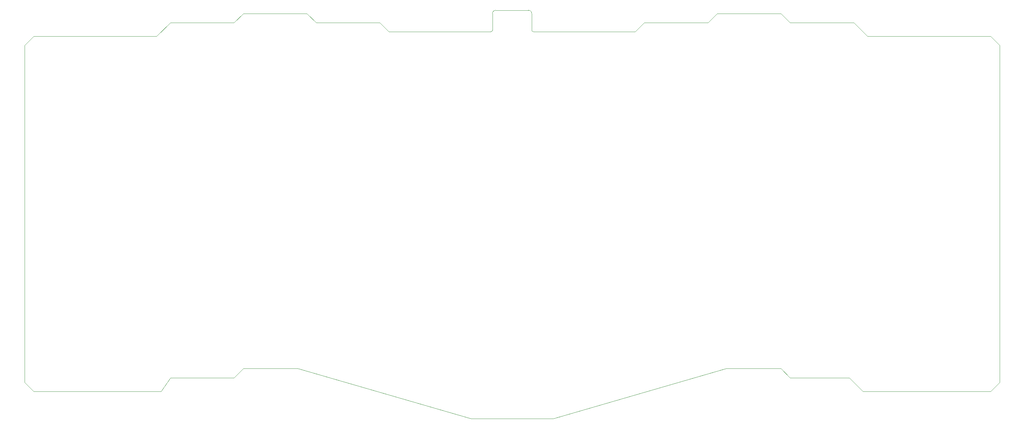
<source format=gm1>
G04 #@! TF.GenerationSoftware,KiCad,Pcbnew,(5.1.4-0)*
G04 #@! TF.CreationDate,2021-10-12T16:31:04-05:00*
G04 #@! TF.ProjectId,niko,6e696b6f-2e6b-4696-9361-645f70636258,rev?*
G04 #@! TF.SameCoordinates,Original*
G04 #@! TF.FileFunction,Profile,NP*
%FSLAX46Y46*%
G04 Gerber Fmt 4.6, Leading zero omitted, Abs format (unit mm)*
G04 Created by KiCad (PCBNEW (5.1.4-0)) date 2021-10-12 16:31:04*
%MOMM*%
%LPD*%
G04 APERTURE LIST*
%ADD10C,0.050000*%
G04 APERTURE END LIST*
D10*
X172641350Y-114300480D02*
X155972530Y-114300480D01*
X333376400Y-114300480D02*
X317898210Y-114300480D01*
X315516950Y-111919220D02*
X301229390Y-111919220D01*
X317898210Y-114300480D02*
X315516950Y-111919220D01*
X175022610Y-111919220D02*
X189310170Y-111919220D01*
X172641350Y-114300480D02*
X175022610Y-111919220D01*
X249550000Y-18200000D02*
G75*
G02X250400000Y-19050000I0J-850000D01*
G01*
X240150000Y-19050000D02*
G75*
G02X241000000Y-18200000I850000J0D01*
G01*
X239750000Y-23800000D02*
G75*
G03X240150000Y-23400000I0J400000D01*
G01*
X240150000Y-23400000D02*
X240150000Y-19050000D01*
X250800000Y-23800000D02*
G75*
G02X250400000Y-23400000I0J400000D01*
G01*
X239750000Y-23800000D02*
X213100000Y-23800000D01*
X250400000Y-19050000D02*
X250400000Y-23400000D01*
X241000000Y-18200000D02*
X249550000Y-18200000D01*
X191691430Y-19050080D02*
X194072690Y-21431340D01*
X120253630Y-117872370D02*
X117872370Y-115491110D01*
X175022610Y-19050080D02*
X191691430Y-19050080D01*
X172641350Y-21431340D02*
X175022610Y-19050080D01*
X155972530Y-21431340D02*
X172641350Y-21431340D01*
X152400640Y-25003230D02*
X155972530Y-21431340D01*
X120253630Y-25003230D02*
X152400640Y-25003230D01*
X117872370Y-27384490D02*
X120253630Y-25003230D01*
X210741510Y-21431340D02*
X194072690Y-21431340D01*
X213100000Y-23800000D02*
X210741510Y-21431340D01*
X277400000Y-23800000D02*
X250800000Y-23800000D01*
X279798050Y-21431340D02*
X277400000Y-23800000D01*
X296466870Y-21431340D02*
X279798050Y-21431340D01*
X298848130Y-19050080D02*
X296466870Y-21431340D01*
X315516950Y-19050080D02*
X298848130Y-19050080D01*
X317898210Y-21431340D02*
X315516950Y-19050080D01*
X334567030Y-21431340D02*
X317898210Y-21431340D01*
X338138920Y-25003230D02*
X334567030Y-21431340D01*
X370285930Y-25003230D02*
X338138920Y-25003230D01*
X372667190Y-27384490D02*
X370285930Y-25003230D01*
X372667190Y-115491110D02*
X372667190Y-27384490D01*
X370285930Y-117872370D02*
X372667190Y-115491110D01*
X336948290Y-117872370D02*
X370285930Y-117872370D01*
X333376400Y-114300480D02*
X336948290Y-117872370D01*
X255985450Y-125016150D02*
X301229390Y-111919220D01*
X234554110Y-125016150D02*
X255985450Y-125016150D01*
X189310170Y-111919220D02*
X234554110Y-125016150D01*
X153591270Y-117872370D02*
X155972530Y-114300480D01*
X120253630Y-117872370D02*
X153591270Y-117872370D01*
X117872370Y-27384490D02*
X117872370Y-115491110D01*
M02*

</source>
